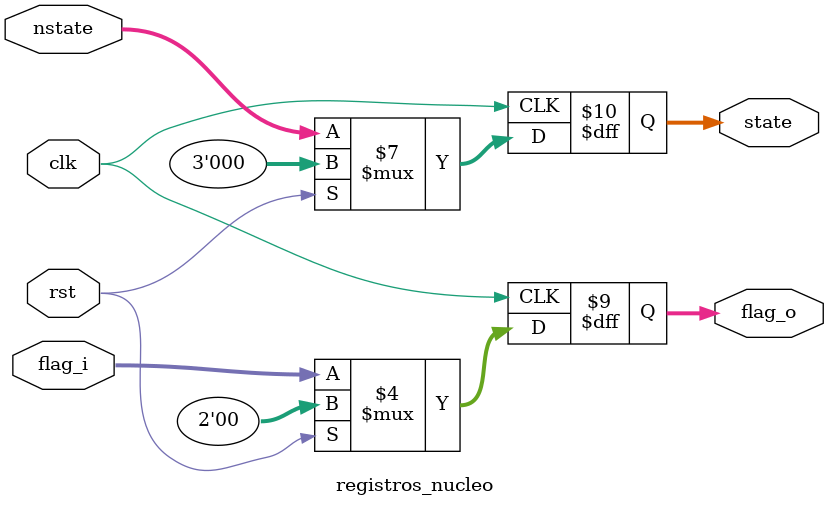
<source format=v>
module registros_nucleo

(
    input            clk,
    input            rst,
    input      [2:0] nstate,
    input      [1:0] flag_i,
    output reg [2:0] state,
    output reg [1:0] flag_o          
);

always @(negedge clk)
    begin
        if(rst)
        state <= 0;
        else
        state <= nstate;
    end

always @(negedge clk)
    begin
        if(rst)
        flag_o <= 0;
        else
        flag_o <= flag_i;
    end
        
endmodule

</source>
